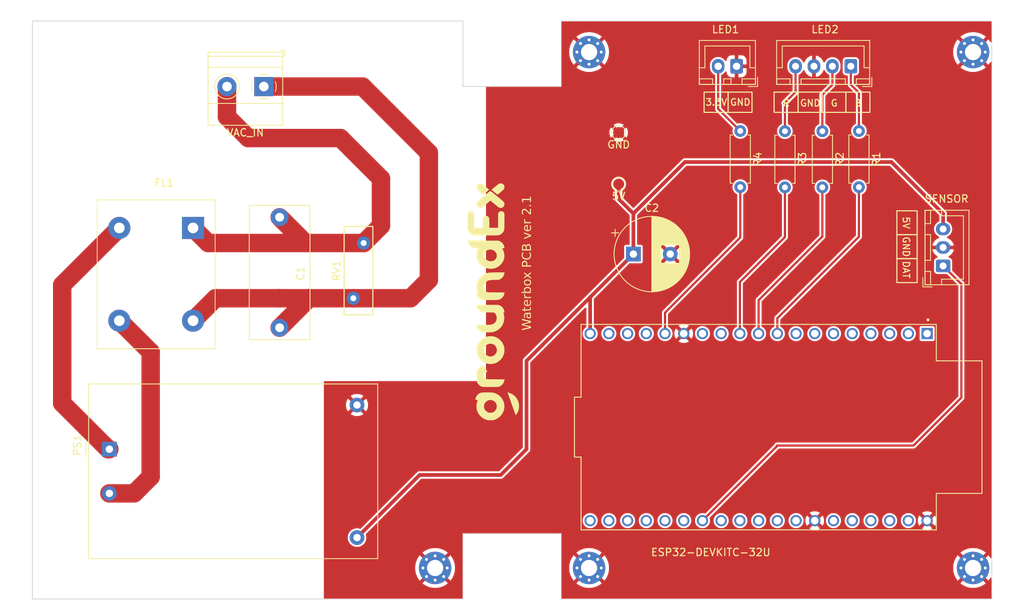
<source format=kicad_pcb>
(kicad_pcb (version 20221018) (generator pcbnew)
  (layers (0 "F.Cu" signal) (31 "B.Cu" signal) (34 "B.Paste" user) (35 "F.Paste" user) (36 "B.SilkS" user "B.Silkscreen") (37 "F.SilkS" user "F.Silkscreen") (38 "B.Mask" user) (39 "F.Mask" user) (44 "Edge.Cuts" user))
  (net 0 "")
  (net 1 "+5V")
  (net 2 "GND")
  (net 3 "Net-(VAC_IN1-Pin_2)")
  (net 4 "Net-(D1-BA)")
  (net 5 "Net-(PS1-AC{slash}L)")
  (net 6 "Net-(PS1-AC{slash}N)")
  (net 7 "Net-(D1-GA)")
  (net 8 "Net-(D1-RA)")
  (net 9 "Net-(D2-A)")
  (net 10 "Net-(VAC_IN1-Pin_1)")
  (net 11 "/RGBLED_B")
  (net 12 "/RGBLED_G")
  (net 13 "/RGBLED_R")
  (net 14 "/LED_TEL")
  (net 15 "/Sensor_Data")
  (footprint "Resistor_THT:R_Axial_DIN0207_L6.3mm_D2.5mm_P7.62mm_Horizontal" (layer "F.Cu") (at 156.5 67.79 -90)
    (fp_text reference "R4" (at 3.81 -2.37 90) (layer "F.SilkS"))
    (fp_text value "330R")
    (pad "1" thru_hole circle (at 0 0 270) (size 1.6 1.6) (drill 0.8) (layers "*.Cu" "*.Mask") (net 9 "Net-(D2-A)"))
    (pad "2" thru_hole oval (at 7.62 0 270) (size 1.6 1.6) (drill 0.8) (layers "*.Cu" "*.Mask") (net 14 "/LED_TEL"))
  )
  (footprint "Connector_JST:JST_XH_B4B-XH-A_1x04_P2.50mm_Vertical" (layer "F.Cu") (at 171.5 59 180)
    (fp_text reference "LED2" (at 3.5 5) (layer "F.SilkS"))
    (fp_text value "LED_BGKR" hide)
    (pad "1" thru_hole roundrect (at 0 0 180) (size 1.7 1.95) (drill 0.95) (layers "*.Cu" "*.Mask") (roundrect_rratio 0.1470588235) (net 4 "Net-(D1-BA)"))
    (pad "2" thru_hole oval (at 2.5 0 180) (size 1.7 1.95) (drill 0.95) (layers "*.Cu" "*.Mask") (net 7 "Net-(D1-GA)"))
    (pad "3" thru_hole oval (at 5 0 180) (size 1.7 1.95) (drill 0.95) (layers "*.Cu" "*.Mask") (net 2 "GND"))
    (pad "4" thru_hole oval (at 7.5 0 180) (size 1.7 1.95) (drill 0.95) (layers "*.Cu" "*.Mask") (net 8 "Net-(D1-RA)"))
  )
  (footprint "Connector_JST:JST_XH_B3B-XH-A_1x03_P2.50mm_Vertical" (layer "F.Cu") (at 184.023 86.106 90)
    (fp_text reference "SENSOR" (at 9.106 0.477) (layer "F.SilkS"))
    (fp_text value "Conn_01x03")
    (pad "1" thru_hole roundrect (at 0 0 90) (size 1.7 1.95) (drill 0.95) (layers "*.Cu" "*.Mask") (roundrect_rratio 0.1470588235) (net 15 "/Sensor_Data"))
    (pad "2" thru_hole oval (at 2.5 0 90) (size 1.7 1.95) (drill 0.95) (layers "*.Cu" "*.Mask") (net 2 "GND"))
    (pad "3" thru_hole oval (at 5 0 90) (size 1.7 1.95) (drill 0.95) (layers "*.Cu" "*.Mask") (net 1 "+5V"))
  )
  (footprint "TestPoint:TestPoint_Pad_D1.5mm" (layer "F.Cu") (at 140 68 180)
    (fp_text reference "GND" (at 0 -1.648) (layer "F.SilkS"))
    (fp_text value "TP2")
    (pad "1" smd circle (at 0 0 180) (size 1.5 1.5) (layers "F.Cu" "F.Mask") (net 2 "GND"))
  )
  (footprint "MountingHole:MountingHole_2.2mm_M2_Pad_Via" (layer "F.Cu") (at 135.987 127.127)
    (fp_text reference "H7" hide)
    (fp_text value "MountingHole_Pad")
    (pad "1" thru_hole circle (at -1.65 0) (size 0.7 0.7) (drill 0.4) (layers "*.Cu" "*.Mask") (net 2 "GND"))
    (pad "1" thru_hole circle (at -1.166726 -1.166726) (size 0.7 0.7) (drill 0.4) (layers "*.Cu" "*.Mask") (net 2 "GND"))
    (pad "1" thru_hole circle (at -1.166726 1.166726) (size 0.7 0.7) (drill 0.4) (layers "*.Cu" "*.Mask") (net 2 "GND"))
    (pad "1" thru_hole circle (at 0 -1.65) (size 0.7 0.7) (drill 0.4) (layers "*.Cu" "*.Mask") (net 2 "GND"))
    (pad "1" thru_hole circle (at 0 0) (size 4.4 4.4) (drill 2.2) (layers "*.Cu" "*.Mask") (net 2 "GND"))
    (pad "1" thru_hole circle (at 0 1.65) (size 0.7 0.7) (drill 0.4) (layers "*.Cu" "*.Mask") (net 2 "GND"))
    (pad "1" thru_hole circle (at 1.166726 -1.166726) (size 0.7 0.7) (drill 0.4) (layers "*.Cu" "*.Mask") (net 2 "GND"))
    (pad "1" thru_hole circle (at 1.166726 1.166726) (size 0.7 0.7) (drill 0.4) (layers "*.Cu" "*.Mask") (net 2 "GND"))
    (pad "1" thru_hole circle (at 1.65 0) (size 0.7 0.7) (drill 0.4) (layers "*.Cu" "*.Mask") (net 2 "GND"))
  )
  (footprint "Converter_ACDC:Converter_ACDC_HiLink_HLK-5Mxx" (layer "F.Cu") (at 70.9 111)
    (fp_text reference "PS1" (at -4.34 -0.55 90) (layer "F.SilkS"))
    (fp_text value "HLK-5M05")
    (pad "1" thru_hole rect (at 0 0) (size 2 2) (drill 1) (layers "*.Cu" "*.Mask") (net 5 "Net-(PS1-AC{slash}L)"))
    (pad "2" thru_hole circle (at 0 6) (size 2 2) (drill 1) (layers "*.Cu" "*.Mask") (net 6 "Net-(PS1-AC{slash}N)"))
    (pad "3" thru_hole circle (at 33.6 -6) (size 2 2) (drill 1) (layers "*.Cu" "*.Mask") (net 2 "GND"))
    (pad "4" thru_hole circle (at 33.6 12) (size 2 2) (drill 1) (layers "*.Cu" "*.Mask") (net 1 "+5V"))
  )
  (footprint "TestPoint:TestPoint_Pad_D1.5mm" (layer "F.Cu") (at 140 75 180)
    (fp_text reference "5V" (at 0 -1.648) (layer "F.SilkS"))
    (fp_text value "TP1")
    (pad "1" smd circle (at 0 0 180) (size 1.5 1.5) (layers "F.Cu" "F.Mask") (net 1 "+5V"))
  )
  (footprint "Varistor:RV_Disc_D12mm_W3.9mm_P7.5mm" (layer "F.Cu") (at 105.4 83 -90)
    (fp_text reference "RV1" (at 3.75 3.65 90) (layer "F.SilkS"))
    (fp_text value "10D561")
    (pad "1" thru_hole circle (at 0 0 270) (size 1.8 1.8) (drill 0.8) (layers "*.Cu" "*.Mask") (net 3 "Net-(VAC_IN1-Pin_2)"))
    (pad "2" thru_hole circle (at 7.5 1.4 270) (size 1.8 1.8) (drill 0.8) (layers "*.Cu" "*.Mask") (net 10 "Net-(VAC_IN1-Pin_1)"))
  )
  (footprint "MountingHole:MountingHole_2.2mm_M2_Pad_Via" (layer "F.Cu") (at 135.987 57.071)
    (fp_text reference "H5" hide)
    (fp_text value "MountingHole_Pad")
    (pad "1" thru_hole circle (at -1.65 0) (size 0.7 0.7) (drill 0.4) (layers "*.Cu" "*.Mask") (net 2 "GND"))
    (pad "1" thru_hole circle (at -1.166726 -1.166726) (size 0.7 0.7) (drill 0.4) (layers "*.Cu" "*.Mask") (net 2 "GND"))
    (pad "1" thru_hole circle (at -1.166726 1.166726) (size 0.7 0.7) (drill 0.4) (layers "*.Cu" "*.Mask") (net 2 "GND"))
    (pad "1" thru_hole circle (at 0 -1.65) (size 0.7 0.7) (drill 0.4) (layers "*.Cu" "*.Mask") (net 2 "GND"))
    (pad "1" thru_hole circle (at 0 0) (size 4.4 4.4) (drill 2.2) (layers "*.Cu" "*.Mask") (net 2 "GND"))
    (pad "1" thru_hole circle (at 0 1.65) (size 0.7 0.7) (drill 0.4) (layers "*.Cu" "*.Mask") (net 2 "GND"))
    (pad "1" thru_hole circle (at 1.166726 -1.166726) (size 0.7 0.7) (drill 0.4) (layers "*.Cu" "*.Mask") (net 2 "GND"))
    (pad "1" thru_hole circle (at 1.166726 1.166726) (size 0.7 0.7) (drill 0.4) (layers "*.Cu" "*.Mask") (net 2 "GND"))
    (pad "1" thru_hole circle (at 1.65 0) (size 0.7 0.7) (drill 0.4) (layers "*.Cu" "*.Mask") (net 2 "GND"))
  )
  (footprint "ESP32-DEVKITC-32U:MODULE_ESP32-DEVKITC-32U" (layer "F.Cu") (at 159 108 -90)
    (fp_text reference "ESP32-DEVKITC-32U" (at 17 6.5) (layer "F.SilkS"))
    (fp_text value "ESP32-DEVKITC-32U")
    (pad "1" thru_hole rect (at -12.7 -22.85 270) (size 1.53 1.53) (drill 1.02) (layers "*.Cu" "*.Mask"))
    (pad "2" thru_hole circle (at -12.7 -20.31 270) (size 1.53 1.53) (drill 1.02) (layers "*.Cu" "*.Mask"))
    (pad "3" thru_hole circle (at -12.7 -17.77 270) (size 1.53 1.53) (drill 1.02) (layers "*.Cu" "*.Mask"))
    (pad "4" thru_hole circle (at -12.7 -15.23 270) (size 1.53 1.53) (drill 1.02) (layers "*.Cu" "*.Mask"))
    (pad "5" thru_hole circle (at -12.7 -12.69 270) (size 1.53 1.53) (drill 1.02) (layers "*.Cu" "*.Mask"))
    (pad "6" thru_hole circle (at -12.7 -10.15 270) (size 1.53 1.53) (drill 1.02) (layers "*.Cu" "*.Mask"))
    (pad "7" thru_hole circle (at -12.7 -7.61 270) (size 1.53 1.53) (drill 1.02) (layers "*.Cu" "*.Mask"))
    (pad "8" thru_hole circle (at -12.7 -5.07 270) (size 1.53 1.53) (drill 1.02) (layers "*.Cu" "*.Mask"))
    (pad "9" thru_hole circle (at -12.7 -2.53 270) (size 1.53 1.53) (drill 1.02) (layers "*.Cu" "*.Mask") (net 11 "/RGBLED_B"))
    (pad "10" thru_hole circle (at -12.7 0.01 270) (size 1.53 1.53) (drill 1.02) (layers "*.Cu" "*.Mask") (net 12 "/RGBLED_G"))
    (pad "11" thru_hole circle (at -12.7 2.55 270) (size 1.53 1.53) (drill 1.02) (layers "*.Cu" "*.Mask") (net 13 "/RGBLED_R"))
    (pad "12" thru_hole circle (at -12.7 5.09 270) (size 1.53 1.53) (drill 1.02) (layers "*.Cu" "*.Mask"))
    (pad "13" thru_hole circle (at -12.7 7.63 270) (size 1.53 1.53) (drill 1.02) (layers "*.Cu" "*.Mask"))
    (pad "14" thru_hole circle (at -12.7 10.17 270) (size 1.53 1.53) (drill 1.02) (layers "*.Cu" "*.Mask") (net 2 "GND"))
    (pad "15" thru_hole circle (at -12.7 12.71 270) (size 1.53 1.53) (drill 1.02) (layers "*.Cu" "*.Mask") (net 14 "/LED_TEL"))
    (pad "16" thru_hole circle (at -12.7 15.25 270) (size 1.53 1.53) (drill 1.02) (layers "*.Cu" "*.Mask"))
    (pad "17" thru_hole circle (at -12.7 17.79 270) (size 1.53 1.53) (drill 1.02) (layers "*.Cu" "*.Mask"))
    (pad "18" thru_hole circle (at -12.7 20.33 270) (size 1.53 1.53) (drill 1.02) (layers "*.Cu" "*.Mask"))
    (pad "19" thru_hole circle (at -12.7 22.87 270) (size 1.53 1.53) (drill 1.02) (layers "*.Cu" "*.Mask") (net 1 "+5V"))
    (pad "20" thru_hole circle (at 12.7 22.87 270) (size 1.53 1.53) (drill 1.02) (layers "*.Cu" "*.Mask"))
    (pad "21" thru_hole circle (at 12.7 20.33 270) (size 1.53 1.53) (drill 1.02) (layers "*.Cu" "*.Mask"))
    (pad "22" thru_hole circle (at 12.7 17.79 270) (size 1.53 1.53) (drill 1.02) (layers "*.Cu" "*.Mask"))
    (pad "23" thru_hole circle (at 12.7 15.25 270) (size 1.53 1.53) (drill 1.02) (layers "*.Cu" "*.Mask"))
    (pad "24" thru_hole circle (at 12.7 12.71 270) (size 1.53 1.53) (drill 1.02) (layers "*.Cu" "*.Mask"))
    (pad "25" thru_hole circle (at 12.7 10.17 270) (size 1.53 1.53) (drill 1.02) (layers "*.Cu" "*.Mask"))
    (pad "26" thru_hole circle (at 12.7 7.63 270) (size 1.53 1.53) (drill 1.02) (layers "*.Cu" "*.Mask") (net 15 "/Sensor_Data"))
    (pad "27" thru_hole circle (at 12.7 5.09 270) (size 1.53 1.53) (drill 1.02) (layers "*.Cu" "*.Mask"))
    (pad "28" thru_hole circle (at 12.7 2.55 270) (size 1.53 1.53) (drill 1.02) (layers "*.Cu" "*.Mask"))
    (pad "29" thru_hole circle (at 12.7 0.01 270) (size 1.53 1.53) (drill 1.02) (layers "*.Cu" "*.Mask"))
    (pad "30" thru_hole circle (at 12.7 -2.53 270) (size 1.53 1.53) (drill 1.02) (layers "*.Cu" "*.Mask"))
    (pad "31" thru_hole circle (at 12.7 -5.07 270) (size 1.53 1.53) (drill 1.02) (layers "*.Cu" "*.Mask"))
    (pad "32" thru_hole circle (at 12.7 -7.61 270) (size 1.53 1.53) (drill 1.02) (layers "*.Cu" "*.Mask") (net 2 "GND"))
    (pad "33" thru_hole circle (at 12.7 -10.15 270) (size 1.53 1.53) (drill 1.02) (layers "*.Cu" "*.Mask"))
    (pad "34" thru_hole circle (at 12.7 -12.69 270) (size 1.53 1.53) (drill 1.02) (layers "*.Cu" "*.Mask"))
    (pad "35" thru_hole circle (at 12.7 -15.23 270) (size 1.53 1.53) (drill 1.02) (layers "*.Cu" "*.Mask"))
    (pad "36" thru_hole circle (at 12.7 -17.77 270) (size 1.53 1.53) (drill 1.02) (layers "*.Cu" "*.Mask"))
    (pad "37" thru_hole circle (at 12.7 -20.31 270) (size 1.53 1.53) (drill 1.02) (layers "*.Cu" "*.Mask"))
    (pad "38" thru_hole circle (at 12.7 -22.85 270) (size 1.53 1.53) (drill 1.02) (layers "*.Cu" "*.Mask") (net 2 "GND"))
  )
  (footprint "TerminalBlock_Phoenix:TerminalBlock_Phoenix_MKDS-1,5-2_1x02_P5.00mm_Horizontal" (layer "F.Cu") (at 91.8575 61.75 180)
    (fp_text reference "VAC_IN" (at 2.5 -6.26) (layer "F.SilkS"))
    (fp_text value "Screw_Terminal_01x02")
    (pad "1" thru_hole rect (at 0 0 180) (size 2.6 2.6) (drill 1.3) (layers "*.Cu" "*.Mask") (net 10 "Net-(VAC_IN1-Pin_1)"))
    (pad "2" thru_hole circle (at 5 0 180) (size 2.6 2.6) (drill 1.3) (layers "*.Cu" "*.Mask") (net 3 "Net-(VAC_IN1-Pin_2)"))
  )
  (footprint "MountingHole:MountingHole_2.2mm_M2_ISO14580" (layer "F.Cu") (at 62.994 57.071)
    (fp_text reference "H1" hide)
    (fp_text value "MountingHole_Pad")
    (pad "" np_thru_hole circle (at 0 0) (size 2.2 2.2) (drill 2.2) (layers "*.Cu" "*.Mask"))
  )
  (footprint "MountingHole:MountingHole_2.2mm_M2_Pad_Via" (layer "F.Cu") (at 115.094 127.127)
    (fp_text reference "H4" hide)
    (fp_text value "MountingHole_Pad")
    (pad "1" thru_hole circle (at -1.65 0) (size 0.7 0.7) (drill 0.4) (layers "*.Cu" "*.Mask") (net 2 "GND"))
    (pad "1" thru_hole circle (at -1.166726 -1.166726) (size 0.7 0.7) (drill 0.4) (layers "*.Cu" "*.Mask") (net 2 "GND"))
    (pad "1" thru_hole circle (at -1.166726 1.166726) (size 0.7 0.7) (drill 0.4) (layers "*.Cu" "*.Mask") (net 2 "GND"))
    (pad "1" thru_hole circle (at 0 -1.65) (size 0.7 0.7) (drill 0.4) (layers "*.Cu" "*.Mask") (net 2 "GND"))
    (pad "1" thru_hole circle (at 0 0) (size 4.4 4.4) (drill 2.2) (layers "*.Cu" "*.Mask") (net 2 "GND"))
    (pad "1" thru_hole circle (at 0 1.65) (size 0.7 0.7) (drill 0.4) (layers "*.Cu" "*.Mask") (net 2 "GND"))
    (pad "1" thru_hole circle (at 1.166726 -1.166726) (size 0.7 0.7) (drill 0.4) (layers "*.Cu" "*.Mask") (net 2 "GND"))
    (pad "1" thru_hole circle (at 1.166726 1.166726) (size 0.7 0.7) (drill 0.4) (layers "*.Cu" "*.Mask") (net 2 "GND"))
    (pad "1" thru_hole circle (at 1.65 0) (size 0.7 0.7) (drill 0.4) (layers "*.Cu" "*.Mask") (net 2 "GND"))
  )
  (footprint "MountingHole:MountingHole_2.2mm_M2_Pad_Via" (layer "F.Cu") (at 188.087 57.071)
    (fp_text reference "H6" hide)
    (fp_text value "MountingHole_Pad")
    (pad "1" thru_hole circle (at -1.65 0) (size 0.7 0.7) (drill 0.4) (layers "*.Cu" "*.Mask") (net 2 "GND"))
    (pad "1" thru_hole circle (at -1.166726 -1.166726) (size 0.7 0.7) (drill 0.4) (layers "*.Cu" "*.Mask") (net 2 "GND"))
    (pad "1" thru_hole circle (at -1.166726 1.166726) (size 0.7 0.7) (drill 0.4) (layers "*.Cu" "*.Mask") (net 2 "GND"))
    (pad "1" thru_hole circle (at 0 -1.65) (size 0.7 0.7) (drill 0.4) (layers "*.Cu" "*.Mask") (net 2 "GND"))
    (pad "1" thru_hole circle (at 0 0) (size 4.4 4.4) (drill 2.2) (layers "*.Cu" "*.Mask") (net 2 "GND"))
    (pad "1" thru_hole circle (at 0 1.65) (size 0.7 0.7) (drill 0.4) (layers "*.Cu" "*.Mask") (net 2 "GND"))
    (pad "1" thru_hole circle (at 1.166726 -1.166726) (size 0.7 0.7) (drill 0.4) (layers "*.Cu" "*.Mask") (net 2 "GND"))
    (pad "1" thru_hole circle (at 1.166726 1.166726) (size 0.7 0.7) (drill 0.4) (layers "*.Cu" "*.Mask") (net 2 "GND"))
    (pad "1" thru_hole circle (at 1.65 0) (size 0.7 0.7) (drill 0.4) (layers "*.Cu" "*.Mask") (net 2 "GND"))
  )
  (footprint "Capacitor_THT:CP_Radial_D10.0mm_P5.00mm" (layer "F.Cu") (at 142 84.5)
    (fp_text reference "C2" (at 2.5 -6.25) (layer "F.SilkS"))
    (fp_text value "220 uF")
    (pad "1" thru_hole rect (at 0 0) (size 2 2) (drill 1) (layers "*.Cu" "*.Mask") (net 1 "+5V"))
    (pad "2" thru_hole circle (at 5 0) (size 2 2) (drill 1) (layers "*.Cu" "*.Mask") (net 2 "GND"))
  )
  (footprint "MountingHole:MountingHole_2.2mm_M2_ISO14580" (layer "F.Cu") (at 115.094 57.071)
    (fp_text reference "H2" hide)
    (fp_text value "MountingHole_Pad")
    (pad "" np_thru_hole circle (at 0 0) (size 2.2 2.2) (drill 2.2) (layers "*.Cu" "*.Mask"))
  )
  (footprint "Inductor_THT:L_CommonMode_PulseElectronics_PH9455x705NL_1" (layer "F.Cu") (at 82.25 80.95 -90)
    (fp_text reference "FL1" (at -6.119 3.894 unlocked) (layer "F.SilkS"))
    (fp_text value "10 mH")
    (pad "1" thru_hole rect (at 0 0 270) (size 3 3) (drill 1.45) (layers "*.Cu" "*.Mask") (net 3 "Net-(VAC_IN1-Pin_2)"))
    (pad "2" thru_hole circle (at 0 10 270) (size 3 3) (drill 1.45) (layers "*.Cu" "*.Mask") (net 5 "Net-(PS1-AC{slash}L)"))
    (pad "3" thru_hole circle (at 12.6 10 270) (size 3 3) (drill 1.45) (layers "*.Cu" "*.Mask") (net 6 "Net-(PS1-AC{slash}N)"))
    (pad "4" thru_hole circle (at 12.6 0 270) (size 3 3) (drill 1.45) (layers "*.Cu" "*.Mask") (net 10 "Net-(VAC_IN1-Pin_1)"))
  )
  (footprint "Resistor_THT:R_Axial_DIN0207_L6.3mm_D2.5mm_P7.62mm_Horizontal" (layer "F.Cu") (at 167.64 67.818 -90)
    (fp_text reference "R2" (at 3.81 -2.37 90) (layer "F.SilkS"))
    (fp_text value "330R")
    (pad "1" thru_hole circle (at 0 0 270) (size 1.6 1.6) (drill 0.8) (layers "*.Cu" "*.Mask") (net 7 "Net-(D1-GA)"))
    (pad "2" thru_hole oval (at 7.62 0 270) (size 1.6 1.6) (drill 0.8) (layers "*.Cu" "*.Mask") (net 12 "/RGBLED_G"))
  )
  (footprint "Connector_JST:JST_XH_B2B-XH-A_1x02_P2.50mm_Vertical" (layer "F.Cu") (at 156 59 180)
    (fp_text reference "LED1" (at 1.5 5 180) (layer "F.SilkS"))
    (fp_text value "LED" hide)
    (pad "1" thru_hole roundrect (at 0 0 180) (size 1.7 2) (drill 1) (layers "*.Cu" "*.Mask") (roundrect_rratio 0.1470588235) (net 2 "GND"))
    (pad "2" thru_hole oval (at 2.5 0 180) (size 1.7 2) (drill 1) (layers "*.Cu" "*.Mask") (net 9 "Net-(D2-A)"))
  )
  (footprint "Capacitor_THT:C_Rect_L18.0mm_W8.0mm_P15.00mm_FKS3_FKP3" (layer "F.Cu") (at 94 79.5 -90)
    (fp_text reference "C1" (at 7.6425 -2.841 90) (layer "F.SilkS"))
    (fp_text value "0.1 uF / 275 V")
    (pad "1" thru_hole circle (at 0 0 270) (size 2.4 2.4) (drill 1.2) (layers "*.Cu" "*.Mask") (net 3 "Net-(VAC_IN1-Pin_2)"))
    (pad "2" thru_hole circle (at 15 0 270) (size 2.4 2.4) (drill 1.2) (layers "*.Cu" "*.Mask") (net 10 "Net-(VAC_IN1-Pin_1)"))
  )
  (footprint "Logo:GroundEx Logo 12x7 mm" (layer "F.Cu") (at 123 91 90)
    (fp_text reference "G***" hide)
    (fp_text value "LOGO" hide)
  )
  (footprint "Resistor_THT:R_Axial_DIN0207_L6.3mm_D2.5mm_P7.62mm_Horizontal" (layer "F.Cu") (at 162.56 67.818 -90)
    (fp_text reference "R3" (at 3.81 -2.37 90) (layer "F.SilkS"))
    (fp_text value "330R")
    (pad "1" thru_hole circle (at 0 0 270) (size 1.6 1.6) (drill 0.8) (layers "*.Cu" "*.Mask") (net 8 "Net-(D1-RA)"))
    (pad "2" thru_hole oval (at 7.62 0 270) (size 1.6 1.6) (drill 0.8) (layers "*.Cu" "*.Mask") (net 13 "/RGBLED_R"))
  )
  (footprint "MountingHole:MountingHole_2.2mm_M2_ISO14580" (layer "F.Cu") (at 62.994 127.127)
    (fp_text reference "H3" hide)
    (fp_text value "MountingHole_Pad")
    (pad "" np_thru_hole circle (at 0 0) (size 2.2 2.2) (drill 2.2) (layers "*.Cu" "*.Mask"))
  )
  (footprint "MountingHole:MountingHole_2.2mm_M2_Pad_Via" (layer "F.Cu") (at 188.087 127.127)
    (fp_text reference "H8" hide)
    (fp_text value "MountingHole_Pad")
    (pad "1" thru_hole circle (at -1.65 0) (size 0.7 0.7) (drill 0.4) (layers "*.Cu" "*.Mask") (net 2 "GND"))
    (pad "1" thru_hole circle (at -1.166726 -1.166726) (size 0.7 0.7) (drill 0.4) (layers "*.Cu" "*.Mask") (net 2 "GND"))
    (pad "1" thru_hole circle (at -1.166726 1.166726) (size 0.7 0.7) (drill 0.4) (layers "*.Cu" "*.Mask") (net 2 "GND"))
    (pad "1" thru_hole circle (at 0 -1.65) (size 0.7 0.7) (drill 0.4) (layers "*.Cu" "*.Mask") (net 2 "GND"))
    (pad "1" thru_hole circle (at 0 0) (size 4.4 4.4) (drill 2.2) (layers "*.Cu" "*.Mask") (net 2 "GND"))
    (pad "1" thru_hole circle (at 0 1.65) (size 0.7 0.7) (drill 0.4) (layers "*.Cu" "*.Mask") (net 2 "GND"))
    (pad "1" thru_hole circle (at 1.166726 -1.166726) (size 0.7 0.7) (drill 0.4) (layers "*.Cu" "*.Mask") (net 2 "GND"))
    (pad "1" thru_hole circle (at 1.166726 1.166726) (size 0.7 0.7) (drill 0.4) (layers "*.Cu" "*.Mask") (net 2 "GND"))
    (pad "1" thru_hole circle (at 1.65 0) (size 0.7 0.7) (drill 0.4) (layers "*.Cu" "*.Mask") (net 2 "GND"))
  )
  (footprint "Resistor_THT:R_Axial_DIN0207_L6.3mm_D2.5mm_P7.62mm_Horizontal" (layer "F.Cu") (at 172.6 67.79 -90)
    (fp_text reference "R1" (at 3.81 -2.37 90) (layer "F.SilkS"))
    (fp_text value "330R")
    (pad "1" thru_hole circle (at 0 0 270) (size 1.6 1.6) (drill 0.8) (layers "*.Cu" "*.Mask") (net 4 "Net-(D1-BA)"))
    (pad "2" thru_hole oval (at 7.62 0 270) (size 1.6 1.6) (drill 0.8) (layers "*.Cu" "*.Mask") (net 11 "/RGBLED_B"))
  )
  (gr_rect (start 167.589 62.506) (end 170.839 65.256) (stroke (width 0.15)) (fill none) (layer "F.SilkS"))
  (gr_rect (start 151.594 62.506) (end 154.844 65.256) (stroke (width 0.15)) (fill none) (layer "F.SilkS"))
  (gr_rect (start 177.75 78.625) (end 180.5 81.875) (stroke (width 0.15)) (fill none) (layer "F.SilkS"))
  (gr_rect (start 170.839 62.506) (end 174.089 65.256) (stroke (width 0.15)) (fill none) (layer "F.SilkS"))
  (gr_rect (start 161.089 62.506) (end 164.339 65.256) (stroke (width 0.15)) (fill none) (layer "F.SilkS"))
  (gr_rect (start 154.844 62.506) (end 158.094 65.256) (stroke (width 0.15)) (fill none) (layer "F.SilkS"))
  (gr_rect (start 164.339 62.506) (end 167.589 65.256) (stroke (width 0.15)) (fill none) (layer "F.SilkS"))
  (gr_rect (start 177.75 85.125) (end 180.5 88.375) (stroke (width 0.15)) (fill none) (layer "F.SilkS"))
  (gr_rect (start 177.75 81.875) (end 180.5 85.125) (stroke (width 0.15)) (fill none) (layer "F.SilkS"))
  (gr_line (start 118.873 61.746274) (end 132.208 61.746274) (stroke (width 0.1)) (layer "Edge.Cuts"))
  (gr_line (start 132.208 61.746274) (end 132.208 52.856274) (stroke (width 0.1)) (layer "Edge.Cuts"))
  (gr_line (start 118.873 131.342274) (end 60.453 131.342274) (stroke (width 0.1)) (layer "Edge.Cuts"))
  (gr_line (start 190.628 52.856274) (end 190.628 131.342274) (stroke (width 0.1)) (layer "Edge.Cuts"))
  (gr_line (start 118.873 52.856274) (end 118.873 61.746274) (stroke (width 0.1)) (layer "Edge.Cuts"))
  (gr_line (start 190.628 131.342274) (end 132.208 131.342274) (stroke (width 0.1)) (layer "Edge.Cuts"))
  (gr_line (start 132.208 131.342274) (end 132.208 122.452274) (stroke (width 0.1)) (layer "Edge.Cuts"))
  (gr_line (start 132.208 122.452274) (end 118.873 122.452274) (stroke (width 0.1)) (layer "Edge.Cuts"))
  (gr_line (start 60.453 52.856274) (end 118.873 52.856274) (stroke (width 0.1)) (layer "Edge.Cuts"))
  (gr_line (start 118.873 122.452274) (end 118.873 131.342274) (stroke (width 0.1)) (layer "Edge.Cuts"))
  (gr_line (start 60.453 131.342274) (end 60.453 52.856274) (stroke (width 0.1)) (layer "Edge.Cuts"))
  (gr_line (start 132.208 52.856274) (end 190.628 52.856274) (stroke (width 0.1)) (layer "Edge.Cuts"))
  (gr_text "G" (at 169.25 64) (layer "F.SilkS") (effects (font (size 0.9 0.9))))
  (gr_text "3.3V\n" (at 153.25 63.881) (layer "F.SilkS") (effects (font (size 0.9 0.9))))
  (gr_text "5V" (at 179 80.25 -90) (layer "F.SilkS") (effects (font (size 0.9 0.9))))
  (gr_text "R" (at 162.75 64) (layer "F.SilkS") (effects (font (size 0.9 0.9))))
  (gr_text "Waterbox PCB ver 2.1" (at 128.3 94.9 90) (layer "F.SilkS") (effects (font (size 1.2 1.2)) (justify left bottom)))
  (gr_text "B" (at 172.5 64) (layer "F.SilkS") (effects (font (size 0.9 0.9))))
  (gr_text "GND" (at 179 83.5 -90) (layer "F.SilkS") (effects (font (size 0.9 0.9))))
  (gr_text "DAT" (at 179 86.625 -90) (layer "F.SilkS") (effects (font (size 0.9 0.9))))
  (gr_text "GND\n" (at 156.5 63.881) (layer "F.SilkS") (effects (font (size 0.9 0.9))))
  (gr_text "GND" (at 166 64) (layer "F.SilkS") (effects (font (size 0.9 0.9))))
  (segment (start 142 79) (end 149 72) (width 0.5) (layer "F.Cu") (net 1))
  (segment (start 136.13 90.37) (end 136.25 90.25) (width 0.5) (layer "F.Cu") (net 1))
  (segment (start 127.5 111) (end 124 114.5) (width 0.5) (layer "F.Cu") (net 1))
  (segment (start 184.023 79.023) (end 184.023 81.106) (width 0.5) (layer "F.Cu") (net 1))
  (segment (start 177 72) (end 184.023 79.023) (width 0.5) (layer "F.Cu") (net 1))
  (segment (start 113 114.5) (end 104.5 123) (width 0.5) (layer "F.Cu") (net 1))
  (segment (start 142 84.5) (end 142 79) (width 0.5) (layer "F.Cu") (net 1))
  (segment (start 124 114.5) (end 113 114.5) (width 0.5) (layer "F.Cu") (net 1))
  (segment (start 136.25 90.25) (end 142 84.5) (width 0.5) (layer "F.Cu") (net 1))
  (segment (start 140 77) (end 142 79) (width 0.5) (layer "F.Cu") (net 1))
  (segment (start 149 72) (end 177 72) (width 0.5) (layer "F.Cu") (net 1))
  (segment (start 140 75) (end 140 77) (width 0.5) (layer "F.Cu") (net 1))
  (segment (start 127.5 99) (end 127.5 111) (width 0.5) (layer "F.Cu") (net 1))
  (segment (start 136.25 90.25) (end 127.5 99) (width 0.5) (layer "F.Cu") (net 1))
  (segment (start 136.13 95.3) (end 136.13 90.37) (width 0.5) (layer "F.Cu") (net 1))
  (segment (start 86.8575 65.8575) (end 86.8575 61.75) (width 2.5) (layer "F.Cu") (net 3))
  (segment (start 102.25 68.75) (end 89.75 68.75) (width 2.5) (layer "F.Cu") (net 3))
  (segment (start 105.4 83) (end 97.75 83) (width 2.5) (layer "F.Cu") (net 3))
  (segment (start 97.5 83) (end 97.75 83) (width 2.5) (layer "F.Cu") (net 3))
  (segment (start 107.75 74.25) (end 102.25 68.75) (width 2.5) (layer "F.Cu") (net 3))
  (segment (start 107.75 80.65) (end 107.75 74.25) (width 2.5) (layer "F.Cu") (net 3))
  (segment (start 94 79.5) (end 97.5 83) (width 2.5) (layer "F.Cu") (net 3))
  (segment (start 89.75 68.75) (end 86.8575 65.8575) (width 2.5) (layer "F.Cu") (net 3))
  (segment (start 94 83) (end 84.3 83) (width 2.5) (layer "F.Cu") (net 3))
  (segment (start 84.3 83) (end 82.25 80.95) (width 2.5) (layer "F.Cu") (net 3))
  (segment (start 105.4 83) (end 107.75 80.65) (width 2.5) (layer "F.Cu") (net 3))
  (segment (start 97.75 83) (end 94 83) (width 2.5) (layer "F.Cu") (net 3))
  (segment (start 171.5 59) (end 171.5 61.5) (width 0.3) (layer "F.Cu") (net 4))
  (segment (start 171.5 61.5) (end 172.6 62.6) (width 0.3) (layer "F.Cu") (net 4))
  (segment (start 172.6 62.6) (end 172.6 67.79) (width 0.3) (layer "F.Cu") (net 4))
  (segment (start 64.5 88.7) (end 72.25 80.95) (width 2.5) (layer "F.Cu") (net 5))
  (segment (start 70.9 111) (end 70.75 111) (width 2.5) (layer "F.Cu") (net 5))
  (segment (start 64.5 104.75) (end 64.5 88.7) (width 2.5) (layer "F.Cu") (net 5))
  (segment (start 70.75 111) (end 64.5 104.75) (width 2.5) (layer "F.Cu") (net 5))
  (segment (start 74.25 117) (end 76.5 114.75) (width 2.5) (layer "F.Cu") (net 6))
  (segment (start 76.5 97.8) (end 72.25 93.55) (width 2.5) (layer "F.Cu") (net 6))
  (segment (start 76.5 114.75) (end 76.5 97.8) (width 2.5) (layer "F.Cu") (net 6))
  (segment (start 70.9 117) (end 74.25 117) (width 2.5) (layer "F.Cu") (net 6))
  (segment (start 167.64 67.818) (end 167.64 62.86) (width 0.3) (layer "F.Cu") (net 7))
  (segment (start 169 61.5) (end 169 59) (width 0.3) (layer "F.Cu") (net 7))
  (segment (start 167.64 62.86) (end 169 61.5) (width 0.3) (layer "F.Cu") (net 7))
  (segment (start 162.5 64) (end 162.56 64.06) (width 0.3) (layer "F.Cu") (net 8))
  (segment (start 164 62.5) (end 162.5 64) (width 0.3) (layer "F.Cu") (net 8))
  (segment (start 162.56 64.06) (end 162.56 67.818) (width 0.3) (layer "F.Cu") (net 8))
  (segment (start 164 59) (end 164 62.5) (width 0.3) (layer "F.Cu") (net 8))
  (segment (start 153.5 64.79) (end 156.5 67.79) (width 0.3) (layer "F.Cu") (net 9))
  (segment (start 153.5 59) (end 153.5 64.79) (width 0.3) (layer "F.Cu") (net 9))
  (segment (start 105.25 61.75) (end 114.25 70.75) (width 2.5) (layer "F.Cu") (net 10))
  (segment (start 104 90.5) (end 98 90.5) (width 2.5) (layer "F.Cu") (net 10))
  (segment (start 114.25 70.75) (end 114.25 88) (width 2.5) (layer "F.Cu") (net 10))
  (segment (start 98 90.5) (end 94 90.5) (width 2.5) (layer "F.Cu") (net 10))
  (segment (start 114.25 88) (end 111.75 90.5) (width 2.5) (layer "F.Cu") (net 10))
  (segment (start 85.3 90.5) (end 82.25 93.55) (width 2.5) (layer "F.Cu") (net 10))
  (segment (start 91.8575 61.75) (end 105.25 61.75) (width 2.5) (layer "F.Cu") (net 10))
  (segment (start 94 94.5) (end 98 90.5) (width 2.5) (layer "F.Cu") (net 10))
  (segment (start 94 90.5) (end 85.3 90.5) (width 2.5) (layer "F.Cu") (net 10))
  (segment (start 111.75 90.5) (end 104 90.5) (width 2.5) (layer "F.Cu") (net 10))
  (segment (start 161.53 95.3) (end 161.53 93.22) (width 0.3) (layer "F.Cu") (net 11))
  (segment (start 161.53 93.22) (end 172.6 82.15) (width 0.3) (layer "F.Cu") (net 11))
  (segment (start 172.6 82.15) (end 172.6 75.41) (width 0.3) (layer "F.Cu") (net 11))
  (segment (start 158.99 95.3) (end 158.99 90.76) (width 0.3) (layer "F.Cu") (net 12))
  (segment (start 158.99 90.76) (end 167.64 82.11) (width 0.3) (layer "F.Cu") (net 12))
  (segment (start 167.64 82.11) (end 167.64 75.438) (width 0.3) (layer "F.Cu") (net 12))
  (segment (start 162.56 82.19) (end 162.56 75.438) (width 0.3) (layer "F.Cu") (net 13))
  (segment (start 156.45 95.3) (end 156.45 88.3) (width 0.3) (layer "F.Cu") (net 13))
  (segment (start 156.45 88.3) (end 162.56 82.19) (width 0.3) (layer "F.Cu") (net 13))
  (segment (start 146.29 95.3) (end 146.29 92.46) (width 0.3) (layer "F.Cu") (net 14))
  (segment (start 156.5 82.25) (end 156.5 75.41) (width 0.3) (layer "F.Cu") (net 14))
  (segment (start 146.29 92.46) (end 156.5 82.25) (width 0.3) (layer "F.Cu") (net 14))
  (segment (start 180 110.5) (end 161.5 110.5) (width 0.3) (layer "F.Cu") (net 15))
  (segment (start 186.5 88.5) (end 186.5 104) (width 0.3) (layer "F.Cu") (net 15))
  (segment (start 161.5 110.57) (end 151.37 120.7) (width 0.3) (layer "F.Cu") (net 15))
  (segment (start 186.5 104) (end 180 110.5) (width 0.3) (layer "F.Cu") (net 15))
  (segment (start 161.5 110.5) (end 161.5 110.57) (width 0.3) (layer "F.Cu") (net 15))
  (segment (start 186.417 88.5) (end 186.5 88.5) (width 0.3) (layer "F.Cu") (net 15))
  (segment (start 184.023 86.106) (end 186.417 88.5) (width 0.3) (layer "F.Cu") (net 15))
  (zone (net 2) (net_name "GND") (layer "F.Cu") (connect_pads (clearance 0.254)) (min_thickness 0.25) (fill yes (thermal_gap 0.5) (thermal_bridge_width 0.5))
    (polygon (pts (xy 194.5 133) (xy 100 133.25) (xy 100 101.75) (xy 122 101.75) (xy 122 50.25) (xy 194.5 50)))
  )
)
</source>
